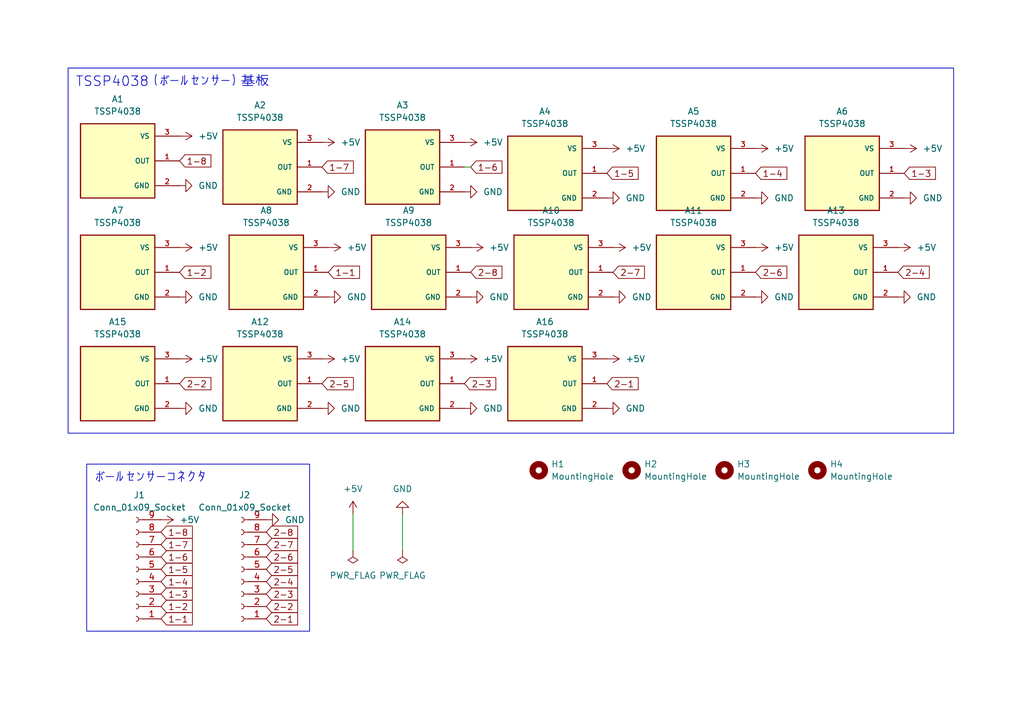
<source format=kicad_sch>
(kicad_sch (version 20231120) (generator "eeschema") (generator_version "8.0")
  (paper "A5")
  (lib_symbols
    (symbol "BALLSensor:TSSP4038" (pin_names (offset 1.016))
      (property "Reference" "A" (at -7.62 8.89 0))
      (property "Value" "TSSP4038" (at -7.62 -8.89 0))
      (symbol "TSSP4038_0_0"
        (rectangle (start -7.62 -7.62) (end 7.62 7.62) (stroke (width 0.254)) (fill (type background)))
        (pin output line (at 12.7 0 180) (length 5.08) (name "OUT") (number "1"))
        (pin power_in line (at 12.7 -5.08 180) (length 5.08) (name "GND") (number "2"))
        (pin power_in line (at 12.7 5.08 180) (length 5.08) (name "VS") (number "3"))
      )
    )
    (symbol "Connector:Conn_01x09_Socket" (pin_names (offset 1.016) hide)
      (property "Reference" "J" (at 0 12.7 0))
      (property "Value" "Conn_01x09_Socket" (at 0 -12.7 0))
      (symbol "Conn_01x09_Socket_1_1"
        (arc (start 0 -9.652) (mid -0.5058 -10.16) (end 0 -10.668) (stroke (width 0.1524)))
        (arc (start 0 -7.112) (mid -0.5058 -7.62) (end 0 -8.128) (stroke (width 0.1524)))
        (arc (start 0 -4.572) (mid -0.5058 -5.08) (end 0 -5.588) (stroke (width 0.1524)))
        (arc (start 0 -2.032) (mid -0.5058 -2.54) (end 0 -3.048) (stroke (width 0.1524)))
        (polyline (pts (xy -1.27 -10.16) (xy -0.508 -10.16)) (stroke (width 0.1524)))
        (polyline (pts (xy -1.27 -7.62) (xy -0.508 -7.62)) (stroke (width 0.1524)))
        (polyline (pts (xy -1.27 -5.08) (xy -0.508 -5.08)) (stroke (width 0.1524)))
        (polyline (pts (xy -1.27 -2.54) (xy -0.508 -2.54)) (stroke (width 0.1524)))
        (polyline (pts (xy -1.27 0) (xy -0.508 0)) (stroke (width 0.1524)))
        (polyline (pts (xy -1.27 2.54) (xy -0.508 2.54)) (stroke (width 0.1524)))
        (polyline (pts (xy -1.27 5.08) (xy -0.508 5.08)) (stroke (width 0.1524)))
        (polyline (pts (xy -1.27 7.62) (xy -0.508 7.62)) (stroke (width 0.1524)))
        (polyline (pts (xy -1.27 10.16) (xy -0.508 10.16)) (stroke (width 0.1524)))
        (arc (start 0 0.508) (mid -0.5058 0) (end 0 -0.508) (stroke (width 0.1524)))
        (arc (start 0 3.048) (mid -0.5058 2.54) (end 0 2.032) (stroke (width 0.1524)))
        (arc (start 0 5.588) (mid -0.5058 5.08) (end 0 4.572) (stroke (width 0.1524)))
        (arc (start 0 8.128) (mid -0.5058 7.62) (end 0 7.112) (stroke (width 0.1524)))
        (arc (start 0 10.668) (mid -0.5058 10.16) (end 0 9.652) (stroke (width 0.1524)))
        (pin passive line (at -5.08 10.16 0) (length 3.81) (name "Pin_1") (number "1"))
        (pin passive line (at -5.08 7.62 0) (length 3.81) (name "Pin_2") (number "2"))
        (pin passive line (at -5.08 5.08 0) (length 3.81) (name "Pin_3") (number "3"))
        (pin passive line (at -5.08 2.54 0) (length 3.81) (name "Pin_4") (number "4"))
        (pin passive line (at -5.08 0 0) (length 3.81) (name "Pin_5") (number "5"))
        (pin passive line (at -5.08 -2.54 0) (length 3.81) (name "Pin_6") (number "6"))
        (pin passive line (at -5.08 -5.08 0) (length 3.81) (name "Pin_7") (number "7"))
        (pin passive line (at -5.08 -7.62 0) (length 3.81) (name "Pin_8") (number "8"))
        (pin passive line (at -5.08 -10.16 0) (length 3.81) (name "Pin_9") (number "9"))
      )
    )
    (symbol "Mechanical:MountingHole" (pin_names (offset 1.016)) (exclude_from_sim yes) (in_bom no)
      (property "Reference" "H" (at 0 5.08 0))
      (property "Value" "MountingHole" (at 0 3.175 0))
      (symbol "MountingHole_0_1"
        (circle (center 0 0) (radius 1.27) (stroke (width 1.27)))
      )
    )
    (symbol "power:+5V" (power) (pin_numbers hide) (pin_names (offset 0) hide)
      (property "Value" "+5V" (at 0 3.556 0))
      (symbol "+5V_0_1"
        (polyline (pts (xy -0.762 1.27) (xy 0 2.54)))
        (polyline (pts (xy 0 0) (xy 0 2.54)))
        (polyline (pts (xy 0 2.54) (xy 0.762 1.27)))
      )
      (symbol "+5V_1_1"
        (pin power_in line (at 0 0 90) (length 0) (name "~") (number "1"))
      )
    )
    (symbol "power:GND" (power) (pin_numbers hide) (pin_names (offset 0) hide)
      (property "Value" "GND" (at 0 -3.81 0))
      (symbol "GND_0_1"
        (polyline (pts (xy 0 0) (xy 0 -1.27) (xy 1.27 -1.27) (xy 0 -2.54) (xy -1.27 -1.27) (xy 0 -1.27)))
      )
      (symbol "GND_1_1"
        (pin power_in line (at 0 0 270) (length 0) (name "~") (number "1"))
      )
    )
    (symbol "power:PWR_FLAG" (power) (pin_numbers hide) (pin_names (offset 0) hide)
      (property "Value" "PWR_FLAG" (at 0 3.81 0))
      (symbol "PWR_FLAG_0_0"
        (pin power_out line (at 0 0 90) (length 0) (name "~") (number "1"))
      )
      (symbol "PWR_FLAG_0_1"
        (polyline (pts (xy 0 0) (xy 0 1.27) (xy -1.016 1.905) (xy 0 2.54) (xy 1.016 1.905) (xy 0 1.27)))
      )
    )
  )
  (wire (pts (xy 95.25 34.29) (xy 96.52 34.29)))
  (wire (pts (xy 82.55 105.41) (xy 82.55 113.03)))
  (wire (pts (xy 72.39 105.41) (xy 72.39 113.03)))
  (text_box "ボールセンサーコネクタ" (at 17.78 95.25 0) (size 45.72 34.29) (effects (font (size 2 2)) (justify left top)))
  (text_box "TSSP4038（ボールセンサー）基板" (at 13.97 13.97 0) (size 181.61 74.93) (effects (font (size 2 2)) (justify left top)))
  (global_label "1-6" (shape input) (at 96.52 34.29 0) (property "Intersheetrefs" "${INTERSHEET_REFS}" (effects (hide yes))))
  (global_label "2-2" (shape input) (at 54.61 124.46 0) (property "Intersheetrefs" "${INTERSHEET_REFS}" (effects (hide yes))))
  (global_label "2-8" (shape input) (at 96.52 55.88 0) (property "Intersheetrefs" "${INTERSHEET_REFS}" (effects (hide yes))))
  (global_label "1-1" (shape input) (at 67.31 55.88 0) (property "Intersheetrefs" "${INTERSHEET_REFS}" (effects (hide yes))))
  (global_label "1-8" (shape input) (at 33.02 109.22 0) (property "Intersheetrefs" "${INTERSHEET_REFS}" (effects (hide yes))))
  (global_label "2-5" (shape input) (at 54.61 116.84 0) (property "Intersheetrefs" "${INTERSHEET_REFS}" (effects (hide yes))))
  (global_label "2-3" (shape input) (at 95.25 78.74 0) (property "Intersheetrefs" "${INTERSHEET_REFS}" (effects (hide yes))))
  (global_label "2-6" (shape input) (at 154.94 55.88 0) (property "Intersheetrefs" "${INTERSHEET_REFS}" (effects (hide yes))))
  (global_label "2-4" (shape input) (at 54.61 119.38 0) (property "Intersheetrefs" "${INTERSHEET_REFS}" (effects (hide yes))))
  (global_label "1-4" (shape input) (at 33.02 119.38 0) (property "Intersheetrefs" "${INTERSHEET_REFS}" (effects (hide yes))))
  (global_label "1-5" (shape input) (at 124.46 35.56 0) (property "Intersheetrefs" "${INTERSHEET_REFS}" (effects (hide yes))))
  (global_label "1-8" (shape input) (at 36.83 33.02 0) (property "Intersheetrefs" "${INTERSHEET_REFS}" (effects (hide yes))))
  (global_label "1-2" (shape input) (at 36.83 55.88 0) (property "Intersheetrefs" "${INTERSHEET_REFS}" (effects (hide yes))))
  (global_label "1-2" (shape input) (at 33.02 124.46 0) (property "Intersheetrefs" "${INTERSHEET_REFS}" (effects (hide yes))))
  (global_label "2-5" (shape input) (at 66.04 78.74 0) (property "Intersheetrefs" "${INTERSHEET_REFS}" (effects (hide yes))))
  (global_label "2-3" (shape input) (at 54.61 121.92 0) (property "Intersheetrefs" "${INTERSHEET_REFS}" (effects (hide yes))))
  (global_label "2-1" (shape input) (at 54.61 127 0) (property "Intersheetrefs" "${INTERSHEET_REFS}" (effects (hide yes))))
  (global_label "1-7" (shape input) (at 33.02 111.76 0) (property "Intersheetrefs" "${INTERSHEET_REFS}" (effects (hide yes))))
  (global_label "2-4" (shape input) (at 184.15 55.88 0) (property "Intersheetrefs" "${INTERSHEET_REFS}" (effects (hide yes))))
  (global_label "2-6" (shape input) (at 54.61 114.3 0) (property "Intersheetrefs" "${INTERSHEET_REFS}" (effects (hide yes))))
  (global_label "1-7" (shape input) (at 66.04 34.29 0) (property "Intersheetrefs" "${INTERSHEET_REFS}" (effects (hide yes))))
  (global_label "1-3" (shape input) (at 185.42 35.56 0) (property "Intersheetrefs" "${INTERSHEET_REFS}" (effects (hide yes))))
  (global_label "1-1" (shape input) (at 33.02 127 0) (property "Intersheetrefs" "${INTERSHEET_REFS}" (effects (hide yes))))
  (global_label "2-1" (shape input) (at 124.46 78.74 0) (property "Intersheetrefs" "${INTERSHEET_REFS}" (effects (hide yes))))
  (global_label "1-5" (shape input) (at 33.02 116.84 0) (property "Intersheetrefs" "${INTERSHEET_REFS}" (effects (hide yes))))
  (global_label "1-6" (shape input) (at 33.02 114.3 0) (property "Intersheetrefs" "${INTERSHEET_REFS}" (effects (hide yes))))
  (global_label "1-4" (shape input) (at 154.94 35.56 0) (property "Intersheetrefs" "${INTERSHEET_REFS}" (effects (hide yes))))
  (global_label "2-8" (shape input) (at 54.61 109.22 0) (property "Intersheetrefs" "${INTERSHEET_REFS}" (effects (hide yes))))
  (global_label "2-7" (shape input) (at 125.73 55.88 0) (property "Intersheetrefs" "${INTERSHEET_REFS}" (effects (hide yes))))
  (global_label "1-3" (shape input) (at 33.02 121.92 0) (property "Intersheetrefs" "${INTERSHEET_REFS}" (effects (hide yes))))
  (global_label "2-2" (shape input) (at 36.83 78.74 0) (property "Intersheetrefs" "${INTERSHEET_REFS}" (effects (hide yes))))
  (global_label "2-7" (shape input) (at 54.61 111.76 0) (property "Intersheetrefs" "${INTERSHEET_REFS}" (effects (hide yes))))
  (symbol (lib_id "power:GND") (at 36.83 60.96 90) (unit 1)
    (property "Reference" "#PWR033" (effects (hide yes)))
    (property "Value" "GND" (at 40.64 60.9599 90) (effects (justify right)))
    (property "Description" "Power symbol creates a global label with name \"GND\" , ground" (effects (hide yes)))
  )
  (symbol (lib_id "power:GND") (at 95.25 83.82 90) (unit 1)
    (property "Reference" "#PWR028" (effects (hide yes)))
    (property "Value" "GND" (at 99.06 83.8199 90) (effects (justify right)))
    (property "Description" "Power symbol creates a global label with name \"GND\" , ground" (effects (hide yes)))
  )
  (symbol (lib_id "power:+5V") (at 154.94 50.8 270) (unit 1)
    (property "Reference" "#PWR011" (effects (hide yes)))
    (property "Value" "+5V" (at 158.75 50.7999 90) (effects (justify left)))
    (property "Description" "Power symbol creates a global label with name \"+5V\"" (effects (hide yes)))
  )
  (symbol (lib_id "power:+5V") (at 95.25 29.21 270) (unit 1)
    (property "Reference" "#PWR07" (effects (hide yes)))
    (property "Value" "+5V" (at 99.06 29.2099 90) (effects (justify left)))
    (property "Description" "Power symbol creates a global label with name \"+5V\"" (effects (hide yes)))
  )
  (symbol (lib_id "power:GND") (at 184.15 60.96 90) (unit 1)
    (property "Reference" "#PWR036" (effects (hide yes)))
    (property "Value" "GND" (at 187.96 60.9599 90) (effects (justify right)))
    (property "Description" "Power symbol creates a global label with name \"GND\" , ground" (effects (hide yes)))
  )
  (symbol (lib_id "Mechanical:MountingHole") (at 148.59 96.52 0) (unit 1) (exclude_from_sim yes) (in_bom no)
    (property "Reference" "H3" (at 151.13 95.2499 0) (effects (justify left)))
    (property "Value" "MountingHole" (at 151.13 97.7899 0) (effects (justify left)))
    (property "Footprint" "MountingHole:MountingHole_3.2mm_M3" (effects (hide yes)))
    (property "Description" "Mounting Hole without connection" (effects (hide yes)))
  )
  (symbol (lib_id "power:GND") (at 124.46 40.64 90) (unit 1)
    (property "Reference" "#PWR023" (effects (hide yes)))
    (property "Value" "GND" (at 128.27 40.6399 90) (effects (justify right)))
    (property "Description" "Power symbol creates a global label with name \"GND\" , ground" (effects (hide yes)))
  )
  (symbol (lib_id "power:+5V") (at 124.46 73.66 270) (unit 1)
    (property "Reference" "#PWR021" (effects (hide yes)))
    (property "Value" "+5V" (at 128.27 73.6599 90) (effects (justify left)))
    (property "Description" "Power symbol creates a global label with name \"+5V\"" (effects (hide yes)))
  )
  (symbol (lib_id "power:GND") (at 124.46 83.82 90) (unit 1)
    (property "Reference" "#PWR029" (effects (hide yes)))
    (property "Value" "GND" (at 128.27 83.8199 90) (effects (justify right)))
    (property "Description" "Power symbol creates a global label with name \"GND\" , ground" (effects (hide yes)))
  )
  (symbol (lib_id "Mechanical:MountingHole") (at 129.54 96.52 0) (unit 1) (exclude_from_sim yes) (in_bom no)
    (property "Reference" "H2" (at 132.08 95.2499 0) (effects (justify left)))
    (property "Value" "MountingHole" (at 132.08 97.7899 0) (effects (justify left)))
    (property "Footprint" "MountingHole:MountingHole_3.2mm_M3" (effects (hide yes)))
    (property "Description" "Mounting Hole without connection" (effects (hide yes)))
  )
  (symbol (lib_id "power:+5V") (at 124.46 30.48 270) (unit 1)
    (property "Reference" "#PWR015" (effects (hide yes)))
    (property "Value" "+5V" (at 128.27 30.4799 90) (effects (justify left)))
    (property "Description" "Power symbol creates a global label with name \"+5V\"" (effects (hide yes)))
  )
  (symbol (lib_id "BALLSensor:TSSP4038") (at 111.76 78.74 0) (unit 1)
    (property "Reference" "A16" (at 111.76 66.04 0))
    (property "Value" "TSSP4038" (at 111.76 68.58 0))
    (property "Footprint" "BALLSensor:TSSP4038" (effects (hide yes)))
    (property "PARTREV" "2.3" (effects (hide yes)))
    (property "STANDARD" "IPC 7351B" (effects (hide yes)))
    (property "MAXIMUM_PACKAGE_HEIGHT" "10.25 mm" (effects (hide yes)))
    (property "MANUFACTURER" "Vishay" (effects (hide yes)))
  )
  (symbol (lib_id "Mechanical:MountingHole") (at 110.49 96.52 0) (unit 1) (exclude_from_sim yes) (in_bom no)
    (property "Reference" "H1" (at 113.03 95.2499 0) (effects (justify left)))
    (property "Value" "MountingHole" (at 113.03 97.7899 0) (effects (justify left)))
    (property "Footprint" "MountingHole:MountingHole_3.2mm_M3" (effects (hide yes)))
    (property "Description" "Mounting Hole without connection" (effects (hide yes)))
  )
  (symbol (lib_id "power:PWR_FLAG") (at 72.39 113.03 180) (unit 1)
    (property "Reference" "#FLG01" (effects (hide yes)))
    (property "Value" "PWR_FLAG" (at 72.39 118.11 0))
    (property "Description" "Special symbol for telling ERC where power comes from" (effects (hide yes)))
  )
  (symbol (lib_id "power:+5V") (at 96.52 50.8 270) (unit 1)
    (property "Reference" "#PWR010" (effects (hide yes)))
    (property "Value" "+5V" (at 100.33 50.7999 90) (effects (justify left)))
    (property "Description" "Power symbol creates a global label with name \"+5V\"" (effects (hide yes)))
  )
  (symbol (lib_id "power:GND") (at 82.55 105.41 180) (unit 1)
    (property "Reference" "#PWR06" (effects (hide yes)))
    (property "Value" "GND" (at 82.55 100.33 0))
    (property "Description" "Power symbol creates a global label with name \"GND\" , ground" (effects (hide yes)))
  )
  (symbol (lib_id "BALLSensor:TSSP4038") (at 142.24 55.88 0) (unit 1)
    (property "Reference" "A11" (at 142.24 43.18 0))
    (property "Value" "TSSP4038" (at 142.24 45.72 0))
    (property "Footprint" "BALLSensor:TSSP4038" (effects (hide yes)))
    (property "PARTREV" "2.3" (effects (hide yes)))
    (property "STANDARD" "IPC 7351B" (effects (hide yes)))
    (property "MAXIMUM_PACKAGE_HEIGHT" "10.25 mm" (effects (hide yes)))
    (property "MANUFACTURER" "Vishay" (effects (hide yes)))
  )
  (symbol (lib_id "BALLSensor:TSSP4038") (at 24.13 33.02 0) (unit 1)
    (property "Reference" "A1" (at 24.13 20.32 0))
    (property "Value" "TSSP4038" (at 24.13 22.86 0))
    (property "Footprint" "BALLSensor:TSSP4038" (effects (hide yes)))
    (property "PARTREV" "2.3" (effects (hide yes)))
    (property "STANDARD" "IPC 7351B" (effects (hide yes)))
    (property "MAXIMUM_PACKAGE_HEIGHT" "10.25 mm" (effects (hide yes)))
    (property "MANUFACTURER" "Vishay" (effects (hide yes)))
  )
  (symbol (lib_id "BALLSensor:TSSP4038") (at 54.61 55.88 0) (unit 1)
    (property "Reference" "A8" (at 54.61 43.18 0))
    (property "Value" "TSSP4038" (at 54.61 45.72 0))
    (property "Footprint" "BALLSensor:TSSP4038" (effects (hide yes)))
    (property "PARTREV" "2.3" (effects (hide yes)))
    (property "STANDARD" "IPC 7351B" (effects (hide yes)))
    (property "MAXIMUM_PACKAGE_HEIGHT" "10.25 mm" (effects (hide yes)))
    (property "MANUFACTURER" "Vishay" (effects (hide yes)))
  )
  (symbol (lib_id "BALLSensor:TSSP4038") (at 113.03 55.88 0) (unit 1)
    (property "Reference" "A10" (at 113.03 43.18 0))
    (property "Value" "TSSP4038" (at 113.03 45.72 0))
    (property "Footprint" "BALLSensor:TSSP4038" (effects (hide yes)))
    (property "PARTREV" "2.3" (effects (hide yes)))
    (property "STANDARD" "IPC 7351B" (effects (hide yes)))
    (property "MAXIMUM_PACKAGE_HEIGHT" "10.25 mm" (effects (hide yes)))
    (property "MANUFACTURER" "Vishay" (effects (hide yes)))
  )
  (symbol (lib_id "power:GND") (at 36.83 83.82 90) (unit 1)
    (property "Reference" "#PWR037" (effects (hide yes)))
    (property "Value" "GND" (at 40.64 83.8199 90) (effects (justify right)))
    (property "Description" "Power symbol creates a global label with name \"GND\" , ground" (effects (hide yes)))
  )
  (symbol (lib_id "BALLSensor:TSSP4038") (at 53.34 78.74 0) (unit 1)
    (property "Reference" "A12" (at 53.34 66.04 0))
    (property "Value" "TSSP4038" (at 53.34 68.58 0))
    (property "Footprint" "BALLSensor:TSSP4038" (effects (hide yes)))
    (property "PARTREV" "2.3" (effects (hide yes)))
    (property "STANDARD" "IPC 7351B" (effects (hide yes)))
    (property "MAXIMUM_PACKAGE_HEIGHT" "10.25 mm" (effects (hide yes)))
    (property "MANUFACTURER" "Vishay" (effects (hide yes)))
  )
  (symbol (lib_id "power:+5V") (at 33.02 106.68 270) (unit 1)
    (property "Reference" "#PWR02" (effects (hide yes)))
    (property "Value" "+5V" (at 36.83 106.6799 90) (effects (justify left)))
    (property "Description" "Power symbol creates a global label with name \"+5V\"" (effects (hide yes)))
  )
  (symbol (lib_id "power:+5V") (at 125.73 50.8 270) (unit 1)
    (property "Reference" "#PWR018" (effects (hide yes)))
    (property "Value" "+5V" (at 129.54 50.7999 90) (effects (justify left)))
    (property "Description" "Power symbol creates a global label with name \"+5V\"" (effects (hide yes)))
  )
  (symbol (lib_id "power:GND") (at 66.04 83.82 90) (unit 1)
    (property "Reference" "#PWR027" (effects (hide yes)))
    (property "Value" "GND" (at 69.85 83.8199 90) (effects (justify right)))
    (property "Description" "Power symbol creates a global label with name \"GND\" , ground" (effects (hide yes)))
  )
  (symbol (lib_id "Mechanical:MountingHole") (at 167.64 96.52 0) (unit 1) (exclude_from_sim yes) (in_bom no)
    (property "Reference" "H4" (at 170.18 95.2499 0) (effects (justify left)))
    (property "Value" "MountingHole" (at 170.18 97.7899 0) (effects (justify left)))
    (property "Footprint" "MountingHole:MountingHole_3.2mm_M3" (effects (hide yes)))
    (property "Description" "Mounting Hole without connection" (effects (hide yes)))
  )
  (symbol (lib_id "BALLSensor:TSSP4038") (at 82.55 78.74 0) (unit 1)
    (property "Reference" "A14" (at 82.55 66.04 0))
    (property "Value" "TSSP4038" (at 82.55 68.58 0))
    (property "Footprint" "BALLSensor:TSSP4038" (effects (hide yes)))
    (property "PARTREV" "2.3" (effects (hide yes)))
    (property "STANDARD" "IPC 7351B" (effects (hide yes)))
    (property "MAXIMUM_PACKAGE_HEIGHT" "10.25 mm" (effects (hide yes)))
    (property "MANUFACTURER" "Vishay" (effects (hide yes)))
  )
  (symbol (lib_id "power:+5V") (at 36.83 50.8 270) (unit 1)
    (property "Reference" "#PWR09" (effects (hide yes)))
    (property "Value" "+5V" (at 40.64 50.7999 90) (effects (justify left)))
    (property "Description" "Power symbol creates a global label with name \"+5V\"" (effects (hide yes)))
  )
  (symbol (lib_id "power:GND") (at 54.61 106.68 90) (unit 1)
    (property "Reference" "#PWR03" (effects (hide yes)))
    (property "Value" "GND" (at 58.42 106.6799 90) (effects (justify right)))
    (property "Description" "Power symbol creates a global label with name \"GND\" , ground" (effects (hide yes)))
  )
  (symbol (lib_id "BALLSensor:TSSP4038") (at 82.55 34.29 0) (unit 1)
    (property "Reference" "A3" (at 82.55 21.59 0))
    (property "Value" "TSSP4038" (at 82.55 24.13 0))
    (property "Footprint" "BALLSensor:TSSP4038" (effects (hide yes)))
    (property "PARTREV" "2.3" (effects (hide yes)))
    (property "STANDARD" "IPC 7351B" (effects (hide yes)))
    (property "MAXIMUM_PACKAGE_HEIGHT" "10.25 mm" (effects (hide yes)))
    (property "MANUFACTURER" "Vishay" (effects (hide yes)))
  )
  (symbol (lib_id "power:+5V") (at 184.15 50.8 270) (unit 1)
    (property "Reference" "#PWR012" (effects (hide yes)))
    (property "Value" "+5V" (at 187.96 50.7999 90) (effects (justify left)))
    (property "Description" "Power symbol creates a global label with name \"+5V\"" (effects (hide yes)))
  )
  (symbol (lib_id "power:+5V") (at 67.31 50.8 270) (unit 1)
    (property "Reference" "#PWR017" (effects (hide yes)))
    (property "Value" "+5V" (at 71.12 50.7999 90) (effects (justify left)))
    (property "Description" "Power symbol creates a global label with name \"+5V\"" (effects (hide yes)))
  )
  (symbol (lib_id "BALLSensor:TSSP4038") (at 24.13 78.74 0) (unit 1)
    (property "Reference" "A15" (at 24.13 66.04 0))
    (property "Value" "TSSP4038" (at 24.13 68.58 0))
    (property "Footprint" "BALLSensor:TSSP4038" (effects (hide yes)))
    (property "PARTREV" "2.3" (effects (hide yes)))
    (property "STANDARD" "IPC 7351B" (effects (hide yes)))
    (property "MAXIMUM_PACKAGE_HEIGHT" "10.25 mm" (effects (hide yes)))
    (property "MANUFACTURER" "Vishay" (effects (hide yes)))
  )
  (symbol (lib_id "BALLSensor:TSSP4038") (at 111.76 35.56 0) (unit 1)
    (property "Reference" "A4" (at 111.76 22.86 0))
    (property "Value" "TSSP4038" (at 111.76 25.4 0))
    (property "Footprint" "BALLSensor:TSSP4038" (effects (hide yes)))
    (property "PARTREV" "2.3" (effects (hide yes)))
    (property "STANDARD" "IPC 7351B" (effects (hide yes)))
    (property "MAXIMUM_PACKAGE_HEIGHT" "10.25 mm" (effects (hide yes)))
    (property "MANUFACTURER" "Vishay" (effects (hide yes)))
  )
  (symbol (lib_id "power:+5V") (at 95.25 73.66 270) (unit 1)
    (property "Reference" "#PWR020" (effects (hide yes)))
    (property "Value" "+5V" (at 99.06 73.6599 90) (effects (justify left)))
    (property "Description" "Power symbol creates a global label with name \"+5V\"" (effects (hide yes)))
  )
  (symbol (lib_id "power:+5V") (at 66.04 73.66 270) (unit 1)
    (property "Reference" "#PWR019" (effects (hide yes)))
    (property "Value" "+5V" (at 69.85 73.6599 90) (effects (justify left)))
    (property "Description" "Power symbol creates a global label with name \"+5V\"" (effects (hide yes)))
  )
  (symbol (lib_id "BALLSensor:TSSP4038") (at 171.45 55.88 0) (unit 1)
    (property "Reference" "A13" (at 171.45 43.18 0))
    (property "Value" "TSSP4038" (at 171.45 45.72 0))
    (property "Footprint" "BALLSensor:TSSP4038" (effects (hide yes)))
    (property "PARTREV" "2.3" (effects (hide yes)))
    (property "STANDARD" "IPC 7351B" (effects (hide yes)))
    (property "MAXIMUM_PACKAGE_HEIGHT" "10.25 mm" (effects (hide yes)))
    (property "MANUFACTURER" "Vishay" (effects (hide yes)))
  )
  (symbol (lib_id "power:GND") (at 154.94 60.96 90) (unit 1)
    (property "Reference" "#PWR035" (effects (hide yes)))
    (property "Value" "GND" (at 158.75 60.9599 90) (effects (justify right)))
    (property "Description" "Power symbol creates a global label with name \"GND\" , ground" (effects (hide yes)))
  )
  (symbol (lib_id "power:+5V") (at 185.42 30.48 270) (unit 1)
    (property "Reference" "#PWR016" (effects (hide yes)))
    (property "Value" "+5V" (at 189.23 30.4799 90) (effects (justify left)))
    (property "Description" "Power symbol creates a global label with name \"+5V\"" (effects (hide yes)))
  )
  (symbol (lib_id "power:+5V") (at 66.04 29.21 270) (unit 1)
    (property "Reference" "#PWR014" (effects (hide yes)))
    (property "Value" "+5V" (at 69.85 29.2099 90) (effects (justify left)))
    (property "Description" "Power symbol creates a global label with name \"+5V\"" (effects (hide yes)))
  )
  (symbol (lib_id "power:GND") (at 185.42 40.64 90) (unit 1)
    (property "Reference" "#PWR024" (effects (hide yes)))
    (property "Value" "GND" (at 189.23 40.6399 90) (effects (justify right)))
    (property "Description" "Power symbol creates a global label with name \"GND\" , ground" (effects (hide yes)))
  )
  (symbol (lib_id "power:+5V") (at 36.83 27.94 270) (unit 1)
    (property "Reference" "#PWR04" (effects (hide yes)))
    (property "Value" "+5V" (at 40.64 27.9399 90) (effects (justify left)))
    (property "Description" "Power symbol creates a global label with name \"+5V\"" (effects (hide yes)))
  )
  (symbol (lib_id "power:GND") (at 95.25 39.37 90) (unit 1)
    (property "Reference" "#PWR031" (effects (hide yes)))
    (property "Value" "GND" (at 99.06 39.3699 90) (effects (justify right)))
    (property "Description" "Power symbol creates a global label with name \"GND\" , ground" (effects (hide yes)))
  )
  (symbol (lib_id "power:GND") (at 125.73 60.96 90) (unit 1)
    (property "Reference" "#PWR026" (effects (hide yes)))
    (property "Value" "GND" (at 129.54 60.9599 90) (effects (justify right)))
    (property "Description" "Power symbol creates a global label with name \"GND\" , ground" (effects (hide yes)))
  )
  (symbol (lib_id "power:GND") (at 66.04 39.37 90) (unit 1)
    (property "Reference" "#PWR022" (effects (hide yes)))
    (property "Value" "GND" (at 69.85 39.3699 90) (effects (justify right)))
    (property "Description" "Power symbol creates a global label with name \"GND\" , ground" (effects (hide yes)))
  )
  (symbol (lib_id "power:+5V") (at 154.94 30.48 270) (unit 1)
    (property "Reference" "#PWR08" (effects (hide yes)))
    (property "Value" "+5V" (at 158.75 30.4799 90) (effects (justify left)))
    (property "Description" "Power symbol creates a global label with name \"+5V\"" (effects (hide yes)))
  )
  (symbol (lib_id "Connector:Conn_01x09_Socket") (at 49.53 116.84 180) (unit 1)
    (property "Reference" "J2" (at 50.165 101.6 0))
    (property "Value" "Conn_01x09_Socket" (at 50.165 104.14 0))
    (property "Footprint" "Connector_PinHeader_2.54mm:PinHeader_1x09_P2.54mm_Vertical" (effects (hide yes)))
    (property "Description" "Generic connector, single row, 01x09, script generated" (effects (hide yes)))
  )
  (symbol (lib_id "BALLSensor:TSSP4038") (at 142.24 35.56 0) (unit 1)
    (property "Reference" "A5" (at 142.24 22.86 0))
    (property "Value" "TSSP4038" (at 142.24 25.4 0))
    (property "Footprint" "BALLSensor:TSSP4038" (effects (hide yes)))
    (property "PARTREV" "2.3" (effects (hide yes)))
    (property "STANDARD" "IPC 7351B" (effects (hide yes)))
    (property "MAXIMUM_PACKAGE_HEIGHT" "10.25 mm" (effects (hide yes)))
    (property "MANUFACTURER" "Vishay" (effects (hide yes)))
  )
  (symbol (lib_id "power:PWR_FLAG") (at 82.55 113.03 180) (unit 1)
    (property "Reference" "#FLG02" (effects (hide yes)))
    (property "Value" "PWR_FLAG" (at 82.55 118.11 0))
    (property "Description" "Special symbol for telling ERC where power comes from" (effects (hide yes)))
  )
  (symbol (lib_id "Connector:Conn_01x09_Socket") (at 27.94 116.84 180) (unit 1)
    (property "Reference" "J1" (at 28.575 101.6 0))
    (property "Value" "Conn_01x09_Socket" (at 28.575 104.14 0))
    (property "Footprint" "Connector_PinHeader_2.54mm:PinHeader_1x09_P2.54mm_Vertical" (effects (hide yes)))
    (property "Description" "Generic connector, single row, 01x09, script generated" (effects (hide yes)))
  )
  (symbol (lib_id "BALLSensor:TSSP4038") (at 53.34 34.29 0) (unit 1)
    (property "Reference" "A2" (at 53.34 21.59 0))
    (property "Value" "TSSP4038" (at 53.34 24.13 0))
    (property "Footprint" "BALLSensor:TSSP4038" (effects (hide yes)))
    (property "PARTREV" "2.3" (effects (hide yes)))
    (property "STANDARD" "IPC 7351B" (effects (hide yes)))
    (property "MAXIMUM_PACKAGE_HEIGHT" "10.25 mm" (effects (hide yes)))
    (property "MANUFACTURER" "Vishay" (effects (hide yes)))
  )
  (symbol (lib_id "BALLSensor:TSSP4038") (at 83.82 55.88 0) (unit 1)
    (property "Reference" "A9" (at 83.82 43.18 0))
    (property "Value" "TSSP4038" (at 83.82 45.72 0))
    (property "Footprint" "BALLSensor:TSSP4038" (effects (hide yes)))
    (property "PARTREV" "2.3" (effects (hide yes)))
    (property "STANDARD" "IPC 7351B" (effects (hide yes)))
    (property "MAXIMUM_PACKAGE_HEIGHT" "10.25 mm" (effects (hide yes)))
    (property "MANUFACTURER" "Vishay" (effects (hide yes)))
  )
  (symbol (lib_id "power:GND") (at 154.94 40.64 90) (unit 1)
    (property "Reference" "#PWR032" (effects (hide yes)))
    (property "Value" "GND" (at 158.75 40.6399 90) (effects (justify right)))
    (property "Description" "Power symbol creates a global label with name \"GND\" , ground" (effects (hide yes)))
  )
  (symbol (lib_id "power:GND") (at 96.52 60.96 90) (unit 1)
    (property "Reference" "#PWR034" (effects (hide yes)))
    (property "Value" "GND" (at 100.33 60.9599 90) (effects (justify right)))
    (property "Description" "Power symbol creates a global label with name \"GND\" , ground" (effects (hide yes)))
  )
  (symbol (lib_id "BALLSensor:TSSP4038") (at 172.72 35.56 0) (unit 1)
    (property "Reference" "A6" (at 172.72 22.86 0))
    (property "Value" "TSSP4038" (at 172.72 25.4 0))
    (property "Footprint" "BALLSensor:TSSP4038" (effects (hide yes)))
    (property "PARTREV" "2.3" (effects (hide yes)))
    (property "STANDARD" "IPC 7351B" (effects (hide yes)))
    (property "MAXIMUM_PACKAGE_HEIGHT" "10.25 mm" (effects (hide yes)))
    (property "MANUFACTURER" "Vishay" (effects (hide yes)))
  )
  (symbol (lib_id "power:GND") (at 36.83 38.1 90) (unit 1)
    (property "Reference" "#PWR030" (effects (hide yes)))
    (property "Value" "GND" (at 40.64 38.0999 90) (effects (justify right)))
    (property "Description" "Power symbol creates a global label with name \"GND\" , ground" (effects (hide yes)))
  )
  (symbol (lib_id "power:+5V") (at 36.83 73.66 270) (unit 1)
    (property "Reference" "#PWR013" (effects (hide yes)))
    (property "Value" "+5V" (at 40.64 73.6599 90) (effects (justify left)))
    (property "Description" "Power symbol creates a global label with name \"+5V\"" (effects (hide yes)))
  )
  (symbol (lib_id "BALLSensor:TSSP4038") (at 24.13 55.88 0) (unit 1)
    (property "Reference" "A7" (at 24.13 43.18 0))
    (property "Value" "TSSP4038" (at 24.13 45.72 0))
    (property "Footprint" "BALLSensor:TSSP4038" (effects (hide yes)))
    (property "PARTREV" "2.3" (effects (hide yes)))
    (property "STANDARD" "IPC 7351B" (effects (hide yes)))
    (property "MAXIMUM_PACKAGE_HEIGHT" "10.25 mm" (effects (hide yes)))
    (property "MANUFACTURER" "Vishay" (effects (hide yes)))
  )
  (symbol (lib_id "power:+5V") (at 72.39 105.41 0) (unit 1)
    (property "Reference" "#PWR05" (effects (hide yes)))
    (property "Value" "+5V" (at 72.39 100.33 0))
    (property "Description" "Power symbol creates a global label with name \"+5V\"" (effects (hide yes)))
  )
  (symbol (lib_id "power:GND") (at 67.31 60.96 90) (unit 1)
    (property "Reference" "#PWR025" (effects (hide yes)))
    (property "Value" "GND" (at 71.12 60.9599 90) (effects (justify right)))
    (property "Description" "Power symbol creates a global label with name \"GND\" , ground" (effects (hide yes)))
  )
)
</source>
